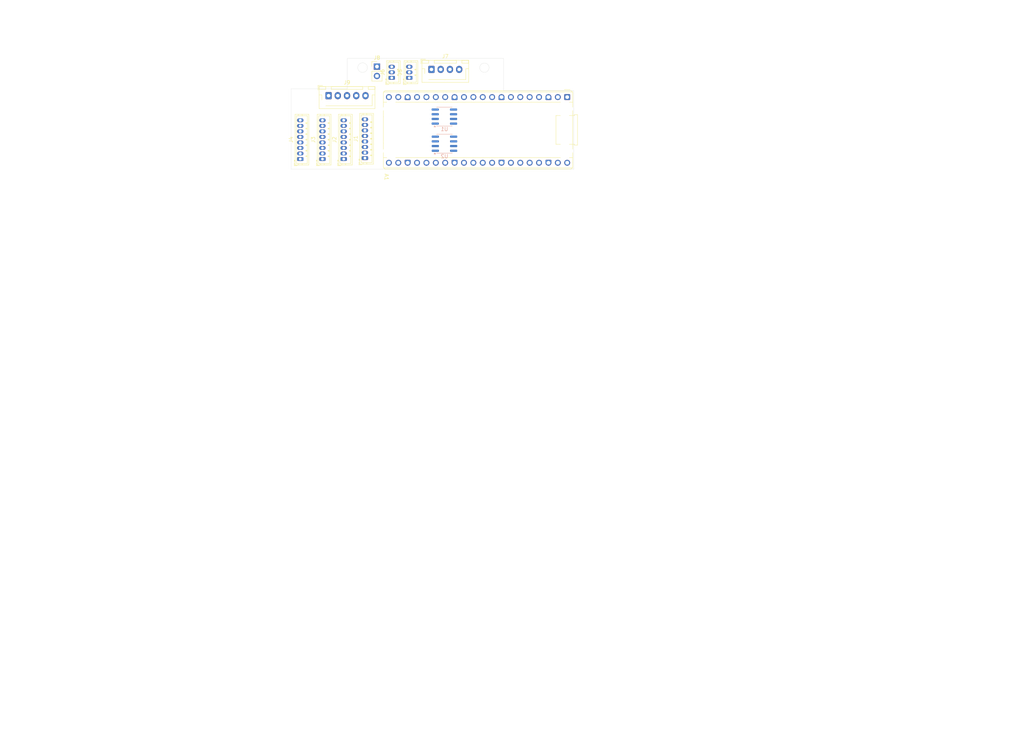
<source format=kicad_pcb>
(kicad_pcb (version 20241229) (generator "pcbnew") (generator_version "9.0")
  (layers (0 "F.Cu" signal) (2 "B.Cu" signal) (13 "F.Paste" user) (15 "B.Paste" user) (5 "F.SilkS" user "F.Silkscreen") (7 "B.SilkS" user "B.Silkscreen") (1 "F.Mask" user) (3 "B.Mask" user) (25 "Edge.Cuts" user))
  (net 0 "")
  (net 1 "Net-(A1-GND-Pad13)")
  (net 3 "Net-(A1-GPIO6)")
  (net 4 "Net-(A1-GPIO2)")
  (net 5 "Net-(A1-GPIO10)")
  (net 10 "Net-(A1-GPIO0)")
  (net 15 "Net-(A1-GPIO3)")
  (net 17 "Net-(A1-GPIO8)")
  (net 18 "Net-(A1-GPIO9)")
  (net 19 "Net-(A1-GPIO1)")
  (net 20 "Net-(A1-GPIO4)")
  (net 24 "Net-(A1-GPIO5)")
  (net 28 "Net-(A1-GPIO7)")
  (net 48 "Net-(A1-GPIO11)")
  (net 49 "Net-(A1-GPIO27_ADC1)")
  (net 50 "Net-(A1-GPIO12)")
  (net 51 "Net-(A1-GPIO26_ADC0)")
  (net 52 "Net-(A1-GPIO13)")
  (net 58 "Net-(J9-Pin_5)")
  (net 60 "Net-(J9-Pin_3)")
  (net 61 "Net-(J9-Pin_2)")
  (net 62 "Net-(J9-Pin_4)")
  (footprint "Connector_JST:JST_ZH_B8B-ZR_1x08_P1.50mm_Vertical" (layer "F.Cu") (at 87.25 85.75 90)
    (property "Reference" "J3" (at 5.25 -2.5 90) (layer "F.SilkS"))
    (property "Value" "Conn_01x08_Socket")
    (fp_line (start -0.3 -1.61) (end -0.6 -1.61) (stroke (width 0.12)) (layer "F.SilkS"))
    (fp_line (start -0.6 -1.61) (end -0.6 -1.41) (stroke (width 0.12)) (layer "F.SilkS"))
    (fp_line (start -1.01 -1.61) (end -1.81 -1.61) (stroke (width 0.12)) (layer "F.SilkS"))
    (fp_line (start -1.81 -1.61) (end -1.81 -0.81) (stroke (width 0.12)) (layer "F.SilkS"))
    (fp_line (start -0.3 -1.51) (end -0.6 -1.51) (stroke (width 0.12)) (layer "F.SilkS"))
    (fp_line (start 12.11 -1.41) (end -1.61 -1.41) (stroke (width 0.12)) (layer "F.SilkS"))
    (fp_line (start -0.3 -1.41) (end -0.3 -1.61) (stroke (width 0.12)) (layer "F.SilkS"))
    (fp_line (start -1.61 -1.41) (end -1.61 2.31) (stroke (width 0.12)) (layer "F.SilkS"))
    (fp_line (start 11.71 -1.01) (end -1.21 -1.01) (stroke (width 0.12)) (layer "F.SilkS"))
    (fp_line (start -1.21 -1.01) (end -1.21 1.91) (stroke (width 0.12)) (layer "F.SilkS"))
    (fp_line (start 12.11 -0.5) (end 11.71 -0.5) (stroke (width 0.12)) (layer "F.SilkS"))
    (fp_line (start -1.61 -0.5) (end -1.21 -0.5) (stroke (width 0.12)) (layer "F.SilkS"))
    (fp_line (start 12.11 0.5) (end 11.71 0.5) (stroke (width 0.12)) (layer "F.SilkS"))
    (fp_line (start -1.61 0.5) (end -1.21 0.5) (stroke (width 0.12)) (layer "F.SilkS"))
    (fp_line (start 9.85 1.51) (end 9.85 1.91) (stroke (width 0.12)) (layer "F.SilkS"))
    (fp_line (start 9.65 1.51) (end 9.85 1.51) (stroke (width 0.12)) (layer "F.SilkS"))
    (fp_line (start 8.35 1.51) (end 8.35 1.91) (stroke (width 0.12)) (layer "F.SilkS"))
    (fp_line (start 8.15 1.51) (end 8.35 1.51) (stroke (width 0.12)) (layer "F.SilkS"))
    (fp_line (start 6.85 1.51) (end 6.85 1.91) (stroke (width 0.12)) (layer "F.SilkS"))
    (fp_line (start 6.65 1.51) (end 6.85 1.51) (stroke (width 0.12)) (layer "F.SilkS"))
    (fp_line (start 5.35 1.51) (end 5.35 1.91) (stroke (width 0.12)) (layer "F.SilkS"))
    (fp_line (start 5.15 1.51) (end 5.35 1.51) (stroke (width 0.12)) (layer "F.SilkS"))
    (fp_line (start 3.85 1.51) (end 3.85 1.91) (stroke (width 0.12)) (layer "F.SilkS"))
    (fp_line (start 3.65 1.51) (end 3.85 1.51) (stroke (width 0.12)) (layer "F.SilkS"))
    (fp_line (start 2.35 1.51) (end 2.35 1.91) (stroke (width 0.12)) (layer "F.SilkS"))
    (fp_line (start 2.15 1.51) (end 2.35 1.51) (stroke (width 0.12)) (layer "F.SilkS"))
    (fp_line (start 0.85 1.51) (end 0.85 1.91) (stroke (width 0.12)) (layer "F.SilkS"))
    (fp_line (start 0.65 1.51) (end 0.85 1.51) (stroke (width 0.12)) (layer "F.SilkS"))
    (fp_line (start 11.71 1.91) (end 11.71 -1.01) (stroke (width 0.12)) (layer "F.SilkS"))
    (fp_line (start 9.75 1.91) (end 9.75 1.51) (stroke (width 0.12)) (layer "F.SilkS"))
    (fp_line (start 9.65 1.91) (end 9.65 1.51) (stroke (width 0.12)) (layer "F.SilkS"))
    (fp_line (start 8.25 1.91) (end 8.25 1.51) (stroke (width 0.12)) (layer "F.SilkS"))
    (fp_line (start 8.15 1.91) (end 8.15 1.51) (stroke (width 0.12)) (layer "F.SilkS"))
    (fp_line (start 6.75 1.91) (end 6.75 1.51) (stroke (width 0.12)) (layer "F.SilkS"))
    (fp_line (start 6.65 1.91) (end 6.65 1.51) (stroke (width 0.12)) (layer "F.SilkS"))
    (fp_line (start 5.25 1.91) (end 5.25 1.51) (stroke (width 0.12)) (layer "F.SilkS"))
    (fp_line (start 5.15 1.91) (end 5.15 1.51) (stroke (width 0.12)) (layer "F.SilkS"))
    (fp_line (start 3.75 1.91) (end 3.75 1.51) (stroke (width 0.12)) (layer "F.SilkS"))
    (fp_line (start 3.65 1.91) (end 3.65 1.51) (stroke (width 0.12)) (layer "F.SilkS"))
    (fp_line (start 2.25 1.91) (end 2.25 1.51) (stroke (width 0.12)) (layer "F.SilkS"))
    (fp_line (start 2.15 1.91) (end 2.15 1.51) (stroke (width 0.12)) (layer "F.SilkS"))
    (fp_line (start 0.75 1.91) (end 0.75 1.51) (stroke (width 0.12)) (layer "F.SilkS"))
    (fp_line (start 0.65 1.91) (end 0.65 1.51) (stroke (width 0.12)) (layer "F.SilkS"))
    (fp_line (start -1.21 1.91) (end 11.71 1.91) (stroke (width 0.12)) (layer "F.SilkS"))
    (fp_line (start 12.11 2.31) (end 12.11 -1.41) (stroke (width 0.12)) (layer "F.SilkS"))
    (fp_line (start -1.61 2.31) (end 12.11 2.31) (stroke (width 0.12)) (layer "F.SilkS"))
    (pad "1" thru_hole roundrect (at 0 0 90) (size 1.03 1.73) (drill 0.73) (layers "*.Cu" "*.Mask") (roundrect_rratio 0.242718))
    (pad "2" thru_hole oval (at 1.5 0 90) (size 1.03 1.73) (drill 0.73) (layers "*.Cu" "*.Mask") (net 20 "Net-(A1-GPIO4)"))
    (pad "3" thru_hole oval (at 3 0 90) (size 1.03 1.73) (drill 0.73) (layers "*.Cu" "*.Mask") (net 3 "Net-(A1-GPIO6)"))
    (pad "4" thru_hole oval (at 4.5 0 90) (size 1.03 1.73) (drill 0.73) (layers "*.Cu" "*.Mask") (net 28 "Net-(A1-GPIO7)"))
    (pad "5" thru_hole oval (at 6 0 90) (size 1.03 1.73) (drill 0.73) (layers "*.Cu" "*.Mask") (net 17 "Net-(A1-GPIO8)"))
    (pad "6" thru_hole oval (at 7.5 0 90) (size 1.03 1.73) (drill 0.73) (layers "*.Cu" "*.Mask") (net 18 "Net-(A1-GPIO9)"))
    (pad "7" thru_hole oval (at 9 0 90) (size 1.03 1.73) (drill 0.73) (layers "*.Cu" "*.Mask") (net 5 "Net-(A1-GPIO10)"))
    (pad "8" thru_hole oval (at 10.5 0 90) (size 1.03 1.73) (drill 0.73) (layers "*.Cu" "*.Mask"))
  )
  (footprint "Connector_JST:JST_ZH_B8B-ZR_1x08_P1.50mm_Vertical" (layer "F.Cu") (at 93 85.75 90)
    (property "Reference" "J2" (at 5.25 -2.5 90) (layer "F.SilkS"))
    (property "Value" "Conn_01x08_Socket")
    (fp_line (start -0.3 -1.61) (end -0.6 -1.61) (stroke (width 0.12)) (layer "F.SilkS"))
    (fp_line (start -0.6 -1.61) (end -0.6 -1.41) (stroke (width 0.12)) (layer "F.SilkS"))
    (fp_line (start -1.01 -1.61) (end -1.81 -1.61) (stroke (width 0.12)) (layer "F.SilkS"))
    (fp_line (start -1.81 -1.61) (end -1.81 -0.81) (stroke (width 0.12)) (layer "F.SilkS"))
    (fp_line (start -0.3 -1.51) (end -0.6 -1.51) (stroke (width 0.12)) (layer "F.SilkS"))
    (fp_line (start 12.11 -1.41) (end -1.61 -1.41) (stroke (width 0.12)) (layer "F.SilkS"))
    (fp_line (start -0.3 -1.41) (end -0.3 -1.61) (stroke (width 0.12)) (layer "F.SilkS"))
    (fp_line (start -1.61 -1.41) (end -1.61 2.31) (stroke (width 0.12)) (layer "F.SilkS"))
    (fp_line (start 11.71 -1.01) (end -1.21 -1.01) (stroke (width 0.12)) (layer "F.SilkS"))
    (fp_line (start -1.21 -1.01) (end -1.21 1.91) (stroke (width 0.12)) (layer "F.SilkS"))
    (fp_line (start 12.11 -0.5) (end 11.71 -0.5) (stroke (width 0.12)) (layer "F.SilkS"))
    (fp_line (start -1.61 -0.5) (end -1.21 -0.5) (stroke (width 0.12)) (layer "F.SilkS"))
    (fp_line (start 12.11 0.5) (end 11.71 0.5) (stroke (width 0.12)) (layer "F.SilkS"))
    (fp_line (start -1.61 0.5) (end -1.21 0.5) (stroke (width 0.12)) (layer "F.SilkS"))
    (fp_line (start 9.85 1.51) (end 9.85 1.91) (stroke (width 0.12)) (layer "F.SilkS"))
    (fp_line (start 9.65 1.51) (end 9.85 1.51) (stroke (width 0.12)) (layer "F.SilkS"))
    (fp_line (start 8.35 1.51) (end 8.35 1.91) (stroke (width 0.12)) (layer "F.SilkS"))
    (fp_line (start 8.15 1.51) (end 8.35 1.51) (stroke (width 0.12)) (layer "F.SilkS"))
    (fp_line (start 6.85 1.51) (end 6.85 1.91) (stroke (width 0.12)) (layer "F.SilkS"))
    (fp_line (start 6.65 1.51) (end 6.85 1.51) (stroke (width 0.12)) (layer "F.SilkS"))
    (fp_line (start 5.35 1.51) (end 5.35 1.91) (stroke (width 0.12)) (layer "F.SilkS"))
    (fp_line (start 5.15 1.51) (end 5.35 1.51) (stroke (width 0.12)) (layer "F.SilkS"))
    (fp_line (start 3.85 1.51) (end 3.85 1.91) (stroke (width 0.12)) (layer "F.SilkS"))
    (fp_line (start 3.65 1.51) (end 3.85 1.51) (stroke (width 0.12)) (layer "F.SilkS"))
    (fp_line (start 2.35 1.51) (end 2.35 1.91) (stroke (width 0.12)) (layer "F.SilkS"))
    (fp_line (start 2.15 1.51) (end 2.35 1.51) (stroke (width 0.12)) (layer "F.SilkS"))
    (fp_line (start 0.85 1.51) (end 0.85 1.91) (stroke (width 0.12)) (layer "F.SilkS"))
    (fp_line (start 0.65 1.51) (end 0.85 1.51) (stroke (width 0.12)) (layer "F.SilkS"))
    (fp_line (start 11.71 1.91) (end 11.71 -1.01) (stroke (width 0.12)) (layer "F.SilkS"))
    (fp_line (start 9.75 1.91) (end 9.75 1.51) (stroke (width 0.12)) (layer "F.SilkS"))
    (fp_line (start 9.65 1.91) (end 9.65 1.51) (stroke (width 0.12)) (layer "F.SilkS"))
    (fp_line (start 8.25 1.91) (end 8.25 1.51) (stroke (width 0.12)) (layer "F.SilkS"))
    (fp_line (start 8.15 1.91) (end 8.15 1.51) (stroke (width 0.12)) (layer "F.SilkS"))
    (fp_line (start 6.75 1.91) (end 6.75 1.51) (stroke (width 0.12)) (layer "F.SilkS"))
    (fp_line (start 6.65 1.91) (end 6.65 1.51) (stroke (width 0.12)) (layer "F.SilkS"))
    (fp_line (start 5.25 1.91) (end 5.25 1.51) (stroke (width 0.12)) (layer "F.SilkS"))
    (fp_line (start 5.15 1.91) (end 5.15 1.51) (stroke (width 0.12)) (layer "F.SilkS"))
    (fp_line (start 3.75 1.91) (end 3.75 1.51) (stroke (width 0.12)) (layer "F.SilkS"))
    (fp_line (start 3.65 1.91) (end 3.65 1.51) (stroke (width 0.12)) (layer "F.SilkS"))
    (fp_line (start 2.25 1.91) (end 2.25 1.51) (stroke (width 0.12)) (layer "F.SilkS"))
    (fp_line (start 2.15 1.91) (end 2.15 1.51) (stroke (width 0.12)) (layer "F.SilkS"))
    (fp_line (start 0.75 1.91) (end 0.75 1.51) (stroke (width 0.12)) (layer "F.SilkS"))
    (fp_line (start 0.65 1.91) (end 0.65 1.51) (stroke (width 0.12)) (layer "F.SilkS"))
    (fp_line (start -1.21 1.91) (end 11.71 1.91) (stroke (width 0.12)) (layer "F.SilkS"))
    (fp_line (start 12.11 2.31) (end 12.11 -1.41) (stroke (width 0.12)) (layer "F.SilkS"))
    (fp_line (start -1.61 2.31) (end 12.11 2.31) (stroke (width 0.12)) (layer "F.SilkS"))
    (pad "1" thru_hole roundrect (at 0 0 90) (size 1.03 1.73) (drill 0.73) (layers "*.Cu" "*.Mask") (roundrect_rratio 0.242718))
    (pad "2" thru_hole oval (at 1.5 0 90) (size 1.03 1.73) (drill 0.73) (layers "*.Cu" "*.Mask") (net 15 "Net-(A1-GPIO3)"))
    (pad "3" thru_hole oval (at 3 0 90) (size 1.03 1.73) (drill 0.73) (layers "*.Cu" "*.Mask") (net 3 "Net-(A1-GPIO6)"))
    (pad "4" thru_hole oval (at 4.5 0 90) (size 1.03 1.73) (drill 0.73) (layers "*.Cu" "*.Mask") (net 28 "Net-(A1-GPIO7)"))
    (pad "5" thru_hole oval (at 6 0 90) (size 1.03 1.73) (drill 0.73) (layers "*.Cu" "*.Mask") (net 17 "Net-(A1-GPIO8)"))
    (pad "6" thru_hole oval (at 7.5 0 90) (size 1.03 1.73) (drill 0.73) (layers "*.Cu" "*.Mask") (net 18 "Net-(A1-GPIO9)"))
    (pad "7" thru_hole oval (at 9 0 90) (size 1.03 1.73) (drill 0.73) (layers "*.Cu" "*.Mask") (net 5 "Net-(A1-GPIO10)"))
    (pad "8" thru_hole oval (at 10.5 0 90) (size 1.03 1.73) (drill 0.73) (layers "*.Cu" "*.Mask"))
  )
  (footprint "Connector_JST:JST_ZH_B8B-ZR_1x08_P1.50mm_Vertical" (layer "F.Cu") (at 81.25 85.75 90)
    (property "Reference" "J4" (at 5.25 -2.5 90) (layer "F.SilkS"))
    (property "Value" "Conn_01x08_Socket")
    (fp_line (start -0.3 -1.61) (end -0.6 -1.61) (stroke (width 0.12)) (layer "F.SilkS"))
    (fp_line (start -0.6 -1.61) (end -0.6 -1.41) (stroke (width 0.12)) (layer "F.SilkS"))
    (fp_line (start -1.01 -1.61) (end -1.81 -1.61) (stroke (width 0.12)) (layer "F.SilkS"))
    (fp_line (start -1.81 -1.61) (end -1.81 -0.81) (stroke (width 0.12)) (layer "F.SilkS"))
    (fp_line (start -0.3 -1.51) (end -0.6 -1.51) (stroke (width 0.12)) (layer "F.SilkS"))
    (fp_line (start 12.11 -1.41) (end -1.61 -1.41) (stroke (width 0.12)) (layer "F.SilkS"))
    (fp_line (start -0.3 -1.41) (end -0.3 -1.61) (stroke (width 0.12)) (layer "F.SilkS"))
    (fp_line (start -1.61 -1.41) (end -1.61 2.31) (stroke (width 0.12)) (layer "F.SilkS"))
    (fp_line (start 11.71 -1.01) (end -1.21 -1.01) (stroke (width 0.12)) (layer "F.SilkS"))
    (fp_line (start -1.21 -1.01) (end -1.21 1.91) (stroke (width 0.12)) (layer "F.SilkS"))
    (fp_line (start 12.11 -0.5) (end 11.71 -0.5) (stroke (width 0.12)) (layer "F.SilkS"))
    (fp_line (start -1.61 -0.5) (end -1.21 -0.5) (stroke (width 0.12)) (layer "F.SilkS"))
    (fp_line (start 12.11 0.5) (end 11.71 0.5) (stroke (width 0.12)) (layer "F.SilkS"))
    (fp_line (start -1.61 0.5) (end -1.21 0.5) (stroke (width 0.12)) (layer "F.SilkS"))
    (fp_line (start 9.85 1.51) (end 9.85 1.91) (stroke (width 0.12)) (layer "F.SilkS"))
    (fp_line (start 9.65 1.51) (end 9.85 1.51) (stroke (width 0.12)) (layer "F.SilkS"))
    (fp_line (start 8.35 1.51) (end 8.35 1.91) (stroke (width 0.12)) (layer "F.SilkS"))
    (fp_line (start 8.15 1.51) (end 8.35 1.51) (stroke (width 0.12)) (layer "F.SilkS"))
    (fp_line (start 6.85 1.51) (end 6.85 1.91) (stroke (width 0.12)) (layer "F.SilkS"))
    (fp_line (start 6.65 1.51) (end 6.85 1.51) (stroke (width 0.12)) (layer "F.SilkS"))
    (fp_line (start 5.35 1.51) (end 5.35 1.91) (stroke (width 0.12)) (layer "F.SilkS"))
    (fp_line (start 5.15 1.51) (end 5.35 1.51) (stroke (width 0.12)) (layer "F.SilkS"))
    (fp_line (start 3.85 1.51) (end 3.85 1.91) (stroke (width 0.12)) (layer "F.SilkS"))
    (fp_line (start 3.65 1.51) (end 3.85 1.51) (stroke (width 0.12)) (layer "F.SilkS"))
    (fp_line (start 2.35 1.51) (end 2.35 1.91) (stroke (width 0.12)) (layer "F.SilkS"))
    (fp_line (start 2.15 1.51) (end 2.35 1.51) (stroke (width 0.12)) (layer "F.SilkS"))
    (fp_line (start 0.85 1.51) (end 0.85 1.91) (stroke (width 0.12)) (layer "F.SilkS"))
    (fp_line (start 0.65 1.51) (end 0.85 1.51) (stroke (width 0.12)) (layer "F.SilkS"))
    (fp_line (start 11.71 1.91) (end 11.71 -1.01) (stroke (width 0.12)) (layer "F.SilkS"))
    (fp_line (start 9.75 1.91) (end 9.75 1.51) (stroke (width 0.12)) (layer "F.SilkS"))
    (fp_line (start 9.65 1.91) (end 9.65 1.51) (stroke (width 0.12)) (layer "F.SilkS"))
    (fp_line (start 8.25 1.91) (end 8.25 1.51) (stroke (width 0.12)) (layer "F.SilkS"))
    (fp_line (start 8.15 1.91) (end 8.15 1.51) (stroke (width 0.12)) (layer "F.SilkS"))
    (fp_line (start 6.75 1.91) (end 6.75 1.51) (stroke (width 0.12)) (layer "F.SilkS"))
    (fp_line (start 6.65 1.91) (end 6.65 1.51) (stroke (width 0.12)) (layer "F.SilkS"))
    (fp_line (start 5.25 1.91) (end 5.25 1.51) (stroke (width 0.12)) (layer "F.SilkS"))
    (fp_line (start 5.15 1.91) (end 5.15 1.51) (stroke (width 0.12)) (layer "F.SilkS"))
    (fp_line (start 3.75 1.91) (end 3.75 1.51) (stroke (width 0.12)) (layer "F.SilkS"))
    (fp_line (start 3.65 1.91) (end 3.65 1.51) (stroke (width 0.12)) (layer "F.SilkS"))
    (fp_line (start 2.25 1.91) (end 2.25 1.51) (stroke (width 0.12)) (layer "F.SilkS"))
    (fp_line (start 2.15 1.91) (end 2.15 1.51) (stroke (width 0.12)) (layer "F.SilkS"))
    (fp_line (start 0.75 1.91) (end 0.75 1.51) (stroke (width 0.12)) (layer "F.SilkS"))
    (fp_line (start 0.65 1.91) (end 0.65 1.51) (stroke (width 0.12)) (layer "F.SilkS"))
    (fp_line (start -1.21 1.91) (end 11.71 1.91) (stroke (width 0.12)) (layer "F.SilkS"))
    (fp_line (start 12.11 2.31) (end 12.11 -1.41) (stroke (width 0.12)) (layer "F.SilkS"))
    (fp_line (start -1.61 2.31) (end 12.11 2.31) (stroke (width 0.12)) (layer "F.SilkS"))
    (pad "1" thru_hole roundrect (at 0 0 90) (size 1.03 1.73) (drill 0.73) (layers "*.Cu" "*.Mask") (roundrect_rratio 0.242718))
    (pad "2" thru_hole oval (at 1.5 0 90) (size 1.03 1.73) (drill 0.73) (layers "*.Cu" "*.Mask") (net 24 "Net-(A1-GPIO5)"))
    (pad "3" thru_hole oval (at 3 0 90) (size 1.03 1.73) (drill 0.73) (layers "*.Cu" "*.Mask") (net 3 "Net-(A1-GPIO6)"))
    (pad "4" thru_hole oval (at 4.5 0 90) (size 1.03 1.73) (drill 0.73) (layers "*.Cu" "*.Mask") (net 28 "Net-(A1-GPIO7)"))
    (pad "5" thru_hole oval (at 6 0 90) (size 1.03 1.73) (drill 0.73) (layers "*.Cu" "*.Mask") (net 17 "Net-(A1-GPIO8)"))
    (pad "6" thru_hole oval (at 7.5 0 90) (size 1.03 1.73) (drill 0.73) (layers "*.Cu" "*.Mask") (net 18 "Net-(A1-GPIO9)"))
    (pad "7" thru_hole oval (at 9 0 90) (size 1.03 1.73) (drill 0.73) (layers "*.Cu" "*.Mask") (net 5 "Net-(A1-GPIO10)"))
    (pad "8" thru_hole oval (at 10.5 0 90) (size 1.03 1.73) (drill 0.73) (layers "*.Cu" "*.Mask"))
  )
  (footprint "Connector_JST:JST_XH_B5B-XH-AM_1x05_P2.50mm_Vertical" (layer "F.Cu") (at 88.9 68.58)
    (property "Reference" "J9" (at 5 -3.55 0) (layer "F.SilkS"))
    (property "Value" "Conn_01x05_Socket")
    (fp_line (start -2.85 -2.75) (end -2.85 -1.5) (stroke (width 0.12)) (layer "F.SilkS"))
    (fp_line (start -2.56 -2.46) (end -2.56 3.51) (stroke (width 0.12)) (layer "F.SilkS"))
    (fp_line (start -2.56 3.51) (end 12.56 3.51) (stroke (width 0.12)) (layer "F.SilkS"))
    (fp_line (start -2.55 -2.45) (end -2.55 -1.7) (stroke (width 0.12)) (layer "F.SilkS"))
    (fp_line (start -2.55 -1.7) (end -0.75 -1.7) (stroke (width 0.12)) (layer "F.SilkS"))
    (fp_line (start -2.55 -0.2) (end -1.8 -0.2) (stroke (width 0.12)) (layer "F.SilkS"))
    (fp_line (start -1.8 -0.2) (end -1.8 1.14) (stroke (width 0.12)) (layer "F.SilkS"))
    (fp_line (start -1.6 -2.75) (end -2.85 -2.75) (stroke (width 0.12)) (layer "F.SilkS"))
    (fp_line (start -0.75 -2.45) (end -2.55 -2.45) (stroke (width 0.12)) (layer "F.SilkS"))
    (fp_line (start -0.75 -1.7) (end -0.75 -2.45) (stroke (width 0.12)) (layer "F.SilkS"))
    (fp_line (start 0.75 -2.45) (end 0.75 -1.7) (stroke (width 0.12)) (layer "F.SilkS"))
    (fp_line (start 0.75 -1.7) (end 9.25 -1.7) (stroke (width 0.12)) (layer "F.SilkS"))
    (fp_line (start 5 2.75) (end -0.74 2.75) (stroke (width 0.12)) (layer "F.SilkS"))
    (fp_line (start 9.25 -2.45) (end 0.75 -2.45) (stroke (width 0.12)) (layer "F.SilkS"))
    (fp_line (start 9.25 -1.7) (end 9.25 -2.45) (stroke (width 0.12)) (layer "F.SilkS"))
    (fp_line (start 10.75 -2.45) (end 10.75 -1.7) (stroke (width 0.12)) (layer "F.SilkS"))
    (fp_line (start 10.75 -1.7) (end 12.55 -1.7) (stroke (width 0.12)) (layer "F.SilkS"))
    (fp_line (start 11.8 -0.2) (end 11.8 2.75) (stroke (width 0.12)) (layer "F.SilkS"))
    (fp_line (start 11.8 2.75) (end 5 2.75) (stroke (width 0.12)) (layer "F.SilkS"))
    (fp_line (start 12.55 -2.45) (end 10.75 -2.45) (stroke (width 0.12)) (layer "F.SilkS"))
    (fp_line (start 12.55 -1.7) (end 12.55 -2.45) (stroke (width 0.12)) (layer "F.SilkS"))
    (fp_line (start 12.55 -0.2) (end 11.8 -0.2) (stroke (width 0.12)) (layer "F.SilkS"))
    (fp_line (start 12.56 -2.46) (end -2.56 -2.46) (stroke (width 0.12)) (layer "F.SilkS"))
    (fp_line (start 12.56 3.51) (end 12.56 -2.46) (stroke (width 0.12)) (layer "F.SilkS"))
    (pad "" np_thru_hole circle (at -1.6 2) (size 1.2 1.2) (drill 1.2) (layers "*.Cu" "*.Mask"))
    (pad "1" thru_hole roundrect (at 0 0) (size 1.7 1.95) (drill 0.95) (layers "*.Cu" "*.Mask") (roundrect_rratio 0.147059))
    (pad "2" thru_hole oval (at 2.5 0) (size 1.7 1.95) (drill 0.95) (layers "*.Cu" "*.Mask") (net 61 "Net-(J9-Pin_2)"))
    (pad "3" thru_hole oval (at 5 0) (size 1.7 1.95) (drill 0.95) (layers "*.Cu" "*.Mask") (net 60 "Net-(J9-Pin_3)"))
    (pad "4" thru_hole oval (at 7.5 0) (size 1.7 1.95) (drill 0.95) (layers "*.Cu" "*.Mask") (net 62 "Net-(J9-Pin_4)"))
    (pad "5" thru_hole oval (at 10 0) (size 1.7 1.95) (drill 0.95) (layers "*.Cu" "*.Mask") (net 58 "Net-(J9-Pin_5)"))
  )
  (footprint "Connector_JST:JST_ZH_B8B-ZR_1x08_P1.50mm_Vertical" (layer "F.Cu") (at 98.75 85.5 90)
    (property "Reference" "J1" (at 5.25 -2.5 90) (layer "F.SilkS"))
    (property "Value" "Conn_01x08_Socket")
    (fp_line (start -0.3 -1.61) (end -0.6 -1.61) (stroke (width 0.12)) (layer "F.SilkS"))
    (fp_line (start -0.6 -1.61) (end -0.6 -1.41) (stroke (width 0.12)) (layer "F.SilkS"))
    (fp_line (start -1.01 -1.61) (end -1.81 -1.61) (stroke (width 0.12)) (layer "F.SilkS"))
    (fp_line (start -1.81 -1.61) (end -1.81 -0.81) (stroke (width 0.12)) (layer "F.SilkS"))
    (fp_line (start -0.3 -1.51) (end -0.6 -1.51) (stroke (width 0.12)) (layer "F.SilkS"))
    (fp_line (start 12.11 -1.41) (end -1.61 -1.41) (stroke (width 0.12)) (layer "F.SilkS"))
    (fp_line (start -0.3 -1.41) (end -0.3 -1.61) (stroke (width 0.12)) (layer "F.SilkS"))
    (fp_line (start -1.61 -1.41) (end -1.61 2.31) (stroke (width 0.12)) (layer "F.SilkS"))
    (fp_line (start 11.71 -1.01) (end -1.21 -1.01) (stroke (width 0.12)) (layer "F.SilkS"))
    (fp_line (start -1.21 -1.01) (end -1.21 1.91) (stroke (width 0.12)) (layer "F.SilkS"))
    (fp_line (start 12.11 -0.5) (end 11.71 -0.5) (stroke (width 0.12)) (layer "F.SilkS"))
    (fp_line (start -1.61 -0.5) (end -1.21 -0.5) (stroke (width 0.12)) (layer "F.SilkS"))
    (fp_line (start 12.11 0.5) (end 11.71 0.5) (stroke (width 0.12)) (layer "F.SilkS"))
    (fp_line (start -1.61 0.5) (end -1.21 0.5) (stroke (width 0.12)) (layer "F.SilkS"))
    (fp_line (start 9.85 1.51) (end 9.85 1.91) (stroke (width 0.12)) (layer "F.SilkS"))
    (fp_line (start 9.65 1.51) (end 9.85 1.51) (stroke (width 0.12)) (layer "F.SilkS"))
    (fp_line (start 8.35 1.51) (end 8.35 1.91) (stroke (width 0.12)) (layer "F.SilkS"))
    (fp_line (start 8.15 1.51) (end 8.35 1.51) (stroke (width 0.12)) (layer "F.SilkS"))
    (fp_line (start 6.85 1.51) (end 6.85 1.91) (stroke (width 0.12)) (layer "F.SilkS"))
    (fp_line (start 6.65 1.51) (end 6.85 1.51) (stroke (width 0.12)) (layer "F.SilkS"))
    (fp_line (start 5.35 1.51) (end 5.35 1.91) (stroke (width 0.12)) (layer "F.SilkS"))
    (fp_line (start 5.15 1.51) (end 5.35 1.51) (stroke (width 0.12)) (layer "F.SilkS"))
    (fp_line (start 3.85 1.51) (end 3.85 1.91) (stroke (width 0.12)) (layer "F.SilkS"))
    (fp_line (start 3.65 1.51) (end 3.85 1.51) (stroke (width 0.12)) (layer "F.SilkS"))
    (fp_line (start 2.35 1.51) (end 2.35 1.91) (stroke (width 0.12)) (layer "F.SilkS"))
    (fp_line (start 2.15 1.51) (end 2.35 1.51) (stroke (width 0.12)) (layer "F.SilkS"))
    (fp_line (start 0.85 1.51) (end 0.85 1.91) (stroke (width 0.12)) (layer "F.SilkS"))
    (fp_line (start 0.65 1.51) (end 0.85 1.51) (stroke (width 0.12)) (layer "F.SilkS"))
    (fp_line (start 11.71 1.91) (end 11.71 -1.01) (stroke (width 0.12)) (layer "F.SilkS"))
    (fp_line (start 9.75 1.91) (end 9.75 1.51) (stroke (width 0.12)) (layer "F.SilkS"))
    (fp_line (start 9.65 1.91) (end 9.65 1.51) (stroke (width 0.12)) (layer "F.SilkS"))
    (fp_line (start 8.25 1.91) (end 8.25 1.51) (stroke (width 0.12)) (layer "F.SilkS"))
    (fp_line (start 8.15 1.91) (end 8.15 1.51) (stroke (width 0.12)) (layer "F.SilkS"))
    (fp_line (start 6.75 1.91) (end 6.75 1.51) (stroke (width 0.12)) (layer "F.SilkS"))
    (fp_line (start 6.65 1.91) (end 6.65 1.51) (stroke (width 0.12)) (layer "F.SilkS"))
    (fp_line (start 5.25 1.91) (end 5.25 1.51) (stroke (width 0.12)) (layer "F.SilkS"))
    (fp_line (start 5.15 1.91) (end 5.15 1.51) (stroke (width 0.12)) (layer "F.SilkS"))
    (fp_line (start 3.75 1.91) (end 3.75 1.51) (stroke (width 0.12)) (layer "F.SilkS"))
    (fp_line (start 3.65 1.91) (end 3.65 1.51) (stroke (width 0.12)) (layer "F.SilkS"))
    (fp_line (start 2.25 1.91) (end 2.25 1.51) (stroke (width 0.12)) (layer "F.SilkS"))
    (fp_line (start 2.15 1.91) (end 2.15 1.51) (stroke (width 0.12)) (layer "F.SilkS"))
    (fp_line (start 0.75 1.91) (end 0.75 1.51) (stroke (width 0.12)) (layer "F.SilkS"))
    (fp_line (start 0.65 1.91) (end 0.65 1.51) (stroke (width 0.12)) (layer "F.SilkS"))
    (fp_line (start -1.21 1.91) (end 11.71 1.91) (stroke (width 0.12)) (layer "F.SilkS"))
    (fp_line (start 12.11 2.31) (end 12.11 -1.41) (stroke (width 0.12)) (layer "F.SilkS"))
    (fp_line (start -1.61 2.31) (end 12.11 2.31) (stroke (width 0.12)) (layer "F.SilkS"))
    (pad "1" thru_hole roundrect (at 0 0 90) (size 1.03 1.73) (drill 0.73) (layers "*.Cu" "*.Mask") (roundrect_rratio 0.242718))
    (pad "2" thru_hole oval (at 1.5 0 90) (size 1.03 1.73) (drill 0.73) (layers "*.Cu" "*.Mask") (net 4 "Net-(A1-GPIO2)"))
    (pad "3" thru_hole oval (at 3 0 90) (size 1.03 1.73) (drill 0.73) (layers "*.Cu" "*.Mask") (net 3 "Net-(A1-GPIO6)"))
    (pad "4" thru_hole oval (at 4.5 0 90) (size 1.03 1.73) (drill 0.73) (layers "*.Cu" "*.Mask") (net 28 "Net-(A1-GPIO7)"))
    (pad "5" thru_hole oval (at 6 0 90) (size 1.03 1.73) (drill 0.73) (layers "*.Cu" "*.Mask") (net 17 "Net-(A1-GPIO8)"))
    (pad "6" thru_hole oval (at 7.5 0 90) (size 1.03 1.73) (drill 0.73) (layers "*.Cu" "*.Mask") (net 18 "Net-(A1-GPIO9)"))
    (pad "7" thru_hole oval (at 9 0 90) (size 1.03 1.73) (drill 0.73) (layers "*.Cu" "*.Mask") (net 5 "Net-(A1-GPIO10)"))
    (pad "8" thru_hole oval (at 10.5 0 90) (size 1.03 1.73) (drill 0.73) (layers "*.Cu" "*.Mask"))
  )
  (footprint "Connector_PinHeader_2.54mm:PinHeader_1x02_P2.54mm_Vertical" (layer "F.Cu") (at 102 60.71)
    (property "Reference" "J8" (at 0 -2.38 0) (layer "F.SilkS"))
    (property "Value" "Conn_01x02_Pin")
    (fp_line (start -1.38 -1.38) (end 0 -1.38) (stroke (width 0.12)) (layer "F.SilkS"))
    (fp_line (start -1.38 0) (end -1.38 -1.38) (stroke (width 0.12)) (layer "F.SilkS"))
    (fp_line (start -1.38 1.27) (end -1.38 3.92) (stroke (width 0.12)) (layer "F.SilkS"))
    (fp_line (start -1.38 1.27) (end 1.38 1.27) (stroke (width 0.12)) (layer "F.SilkS"))
    (fp_line (start -1.38 3.92) (end 1.38 3.92) (stroke (width 0.12)) (layer "F.SilkS"))
    (fp_line (start 1.38 1.27) (end 1.38 3.92) (stroke (width 0.12)) (layer "F.SilkS"))
    (pad "1" thru_hole rect (at 0 0) (size 1.7 1.7) (drill 1) (layers "*.Cu" "*.Mask") (net 10 "Net-(A1-GPIO0)"))
    (pad "2" thru_hole circle (at 0 2.54) (size 1.7 1.7) (drill 1) (layers "*.Cu" "*.Mask") (net 19 "Net-(A1-GPIO1)"))
  )
  (footprint "Connector_JST:JST_ZH_B3B-ZR_1x03_P1.50mm_Vertical" (layer "F.Cu") (at 106 63.75 90)
    (property "Reference" "J6" (at 1.5 -2.5 90) (layer "F.SilkS"))
    (property "Value" "Conn_01x03_Socket")
    (fp_line (start -0.3 -1.61) (end -0.6 -1.61) (stroke (width 0.12)) (layer "F.SilkS"))
    (fp_line (start -0.6 -1.61) (end -0.6 -1.41) (stroke (width 0.12)) (layer "F.SilkS"))
    (fp_line (start -1.01 -1.61) (end -1.81 -1.61) (stroke (width 0.12)) (layer "F.SilkS"))
    (fp_line (start -1.81 -1.61) (end -1.81 -0.81) (stroke (width 0.12)) (layer "F.SilkS"))
    (fp_line (start -0.3 -1.51) (end -0.6 -1.51) (stroke (width 0.12)) (layer "F.SilkS"))
    (fp_line (start 4.61 -1.41) (end -1.61 -1.41) (stroke (width 0.12)) (layer "F.SilkS"))
    (fp_line (start -0.3 -1.41) (end -0.3 -1.61) (stroke (width 0.12)) (layer "F.SilkS"))
    (fp_line (start -1.61 -1.41) (end -1.61 2.31) (stroke (width 0.12)) (layer "F.SilkS"))
    (fp_line (start 4.21 -1.01) (end -1.21 -1.01) (stroke (width 0.12)) (layer "F.SilkS"))
    (fp_line (start -1.21 -1.01) (end -1.21 1.91) (stroke (width 0.12)) (layer "F.SilkS"))
    (fp_line (start 4.61 -0.5) (end 4.21 -0.5) (stroke (width 0.12)) (layer "F.SilkS"))
    (fp_line (start -1.61 -0.5) (end -1.21 -0.5) (stroke (width 0.12)) (layer "F.SilkS"))
    (fp_line (start 4.61 0.5) (end 4.21 0.5) (stroke (width 0.12)) (layer "F.SilkS"))
    (fp_line (start -1.61 0.5) (end -1.21 0.5) (stroke (width 0.12)) (layer "F.SilkS"))
    (fp_line (start 2.35 1.51) (end 2.35 1.91) (stroke (width 0.12)) (layer "F.SilkS"))
    (fp_line (start 2.15 1.51) (end 2.35 1.51) (stroke (width 0.12)) (layer "F.SilkS"))
    (fp_line (start 0.85 1.51) (end 0.85 1.91) (stroke (width 0.12)) (layer "F.SilkS"))
    (fp_line (start 0.65 1.51) (end 0.85 1.51) (stroke (width 0.12)) (layer "F.SilkS"))
    (fp_line (start 4.21 1.91) (end 4.21 -1.01) (stroke (width 0.12)) (layer "F.SilkS"))
    (fp_line (start 2.25 1.91) (end 2.25 1.51) (stroke (width 0.12)) (layer "F.SilkS"))
    (fp_line (start 2.15 1.91) (end 2.15 1.51) (stroke (width 0.12)) (layer "F.SilkS"))
    (fp_line (start 0.75 1.91) (end 0.75 1.51) (stroke (width 0.12)) (layer "F.SilkS"))
    (fp_line (start 0.65 1.91) (end 0.65 1.51) (stroke (width 0.12)) (layer "F.SilkS"))
    (fp_line (start -1.21 1.91) (end 4.21 1.91) (stroke (width 0.12)) (layer "F.SilkS"))
    (fp_line (start 4.61 2.31) (end 4.61 -1.41) (stroke (width 0.12)) (layer "F.SilkS"))
    (fp_line (start -1.61 2.31) (end 4.61 2.31) (stroke (width 0.12)) (layer "F.SilkS"))
    (pad "1" thru_hole roundrect (at 0 0 90) (size 1.03 1.73) (drill 0.73) (layers "*.Cu" "*.Mask") (roundrect_rratio 0.242718))
    (pad "2" thru_hole oval (at 1.5 0 90) (size 1.03 1.73) (drill 0.73) (layers "*.Cu" "*.Mask") (net 49 "Net-(A1-GPIO27_ADC1)"))
    (pad "3" thru_hole oval (at 3 0 90) (size 1.03 1.73) (drill 0.73) (layers "*.Cu" "*.Mask"))
  )
  (footprint "Connector_JST:JST_XH_B4B-XH-AM_1x04_P2.50mm_Vertical" (layer "F.Cu") (at 116.75 61.475)
    (property "Reference" "J7" (at 3.75 -3.55 0) (layer "F.SilkS"))
    (property "Value" "Conn_01x04_Socket")
    (fp_line (start -2.85 -2.75) (end -2.85 -1.5) (stroke (width 0.12)) (layer "F.SilkS"))
    (fp_line (start -2.56 -2.46) (end -2.56 3.51) (stroke (width 0.12)) (layer "F.SilkS"))
    (fp_line (start -2.56 3.51) (end 10.06 3.51) (stroke (width 0.12)) (layer "F.SilkS"))
    (fp_line (start -2.55 -2.45) (end -2.55 -1.7) (stroke (width 0.12)) (layer "F.SilkS"))
    (fp_line (start -2.55 -1.7) (end -0.75 -1.7) (stroke (width 0.12)) (layer "F.SilkS"))
    (fp_line (start -2.55 -0.2) (end -1.8 -0.2) (stroke (width 0.12)) (layer "F.SilkS"))
    (fp_line (start -1.8 -0.2) (end -1.8 1.14) (stroke (width 0.12)) (layer "F.SilkS"))
    (fp_line (start -1.6 -2.75) (end -2.85 -2.75) (stroke (width 0.12)) (layer "F.SilkS"))
    (fp_line (start -0.75 -2.45) (end -2.55 -2.45) (stroke (width 0.12)) (layer "F.SilkS"))
    (fp_line (start -0.75 -1.7) (end -0.75 -2.45) (stroke (width 0.12)) (layer "F.SilkS"))
    (fp_line (start 0.75 -2.45) (end 0.75 -1.7) (stroke (width 0.12)) (layer "F.SilkS"))
    (fp_line (start 0.75 -1.7) (end 6.75 -1.7) (stroke (width 0.12)) (layer "F.SilkS"))
    (fp_line (start 3.75 2.75) (end -0.74 2.75) (stroke (width 0.12)) (layer "F.SilkS"))
    (fp_line (start 6.75 -2.45) (end 0.75 -2.45) (stroke (width 0.12)) (layer "F.SilkS"))
    (fp_line (start 6.75 -1.7) (end 6.75 -2.45) (stroke (width 0.12)) (layer "F.SilkS"))
    (fp_line (start 8.25 -2.45) (end 8.25 -1.7) (stroke (width 0.12)) (layer "F.SilkS"))
    (fp_line (start 8.25 -1.7) (end 10.05 -1.7) (stroke (width 0.12)) (layer "F.SilkS"))
    (fp_line (start 9.3 -0.2) (end 9.3 2.75) (stroke (width 0.12)) (layer "F.SilkS"))
    (fp_line (start 9.3 2.75) (end 3.75 2.75) (stroke (width 0.12)) (layer "F.SilkS"))
    (fp_line (start 10.05 -2.45) (end 8.25 -2.45) (stroke (width 0.12)) (layer "F.SilkS"))
    (fp_line (start 10.05 -1.7) (end 10.05 -2.45) (stroke (width 0.12)) (layer "F.SilkS"))
    (fp_line (start 10.05 -0.2) (end 9.3 -0.2) (stroke (width 0.12)) (layer "F.SilkS"))
    (fp_line (start 10.06 -2.46) (end -2.56 -2.46) (stroke (width 0.12)) (layer "F.SilkS"))
    (fp_line (start 10.06 3.51) (end 10.06 -2.46) (stroke (width 0.12)) (layer "F.SilkS"))
    (pad "" np_thru_hole circle (at -1.6 2) (size 1.2 1.2) (drill 1.2) (layers "*.Cu" "*.Mask"))
    (pad "1" thru_hole roundrect (at 0 0) (size 1.7 1.95) (drill 0.95) (layers "*.Cu" "*.Mask") (roundrect_rratio 0.147059))
    (pad "2" thru_hole oval (at 2.5 0) (size 1.7 1.95) (drill 0.95) (layers "*.Cu" "*.Mask") (net 48 "Net-(A1-GPIO11)"))
    (pad "3" thru_hole oval (at 5 0) (size 1.7 1.95) (drill 0.95) (layers "*.Cu" "*.Mask") (net 50 "Net-(A1-GPIO12)"))
    (pad "4" thru_hole oval (at 7.5 0) (size 1.7 1.95) (drill 0.95) (layers "*.Cu" "*.Mask") (net 52 "Net-(A1-GPIO13)"))
  )
  (footprint "Module:RaspberryPi_Pico_Common_THT" (layer "F.Cu") (at 153.49 68.97 -90)
    (property "Reference" "A1" (at 20.6375 48.895 270) (layer "F.SilkS") (effects (justify left)))
    (property "Value" "RaspberryPi_Pico")
    (fp_line (start -1.11 49.74) (end 2.727939 49.74) (stroke (width 0.12)) (layer "F.SilkS"))
    (fp_line (start 5.29 49.74) (end 3.652061 49.74) (stroke (width 0.12)) (layer "F.SilkS"))
    (fp_line (start 12.49 49.74) (end 5.29 49.74) (stroke (width 0.12)) (layer "F.SilkS"))
    (fp_line (start 14.127939 49.74) (end 12.49 49.74) (stroke (width 0.12)) (layer "F.SilkS"))
    (fp_line (start 15.052061 49.74) (end 18.89 49.74) (stroke (width 0.12)) (layer "F.SilkS"))
    (fp_line (start 19.16 49.677) (end 19.16 -1.417) (stroke (width 0.12)) (layer "F.SilkS"))
    (fp_line (start 1.38 48.82648) (end 1.38 49.74) (stroke (width 0.12)) (layer "F.SilkS"))
    (fp_line (start 16.4 48.82648) (end 16.4 49.74) (stroke (width 0.12)) (layer "F.SilkS"))
    (fp_line (start 12.79 3.04) (end 4.99 3.04) (stroke (width 0.12)) (layer "F.SilkS"))
    (fp_line (start 1.38 1.82648) (end 1.38 46.43352) (stroke (width 0.12)) (layer "F.SilkS"))
    (fp_line (start 16.4 1.82648) (end 16.4 46.43352) (stroke (width 0.12)) (layer "F.SilkS"))
    (fp_line (start 4.99 1.824) (end 4.99 3.04) (stroke (width 0.12)) (layer "F.SilkS"))
    (fp_line (start 12.79 1.824) (end 12.79 3.04) (stroke (width 0.12)) (layer "F.SilkS"))
    (fp_line (start -2.04 0.8) (end -2.04 -0.8) (stroke (width 0.12)) (layer "F.SilkS"))
    (fp_line (start -1.72 -0.87) (end -1.72 49.13) (stroke (width 0.12)) (layer "F.SilkS"))
    (fp_line (start 19.5 -0.87) (end 19.5 49.13) (stroke (width 0.12)) (layer "F.SilkS"))
    (fp_line (start -1.38 -1.417) (end -1.38 49.677) (stroke (width 0.12)) (layer "F.SilkS"))
    (fp_line (start -1.11 -1.48) (end 1.38 -1.48) (stroke (width 0.12)) (layer "F.SilkS"))
    (fp_line (start 1.38 -1.48) (end 1.38 -0.56648) (stroke (width 0.12)) (layer "F.SilkS"))
    (fp_line (start 1.38 -1.48) (end 2.72794 -1.48) (stroke (width 0.12)) (layer "F.SilkS"))
    (fp_line (start 3.652061 -1.48) (end 4.655 -1.48) (stroke (width 0.12)) (layer "F.SilkS"))
    (fp_line (start 4.655 -1.48) (end 13.125 -1.48) (stroke (width 0.12)) (layer "F.SilkS"))
    (fp_line (start 13.125 -1.48) (end 14.127939 -1.48) (stroke (width 0.12)) (layer "F.SilkS"))
    (fp_line (start 15.052061 -1.48) (end 16.4 -1.48) (stroke (width 0.12)) (layer "F.SilkS"))
    (fp_line (start 16.4 -1.48) (end 16.4 -0.56648) (stroke (width 0.12)) (layer "F.SilkS"))
    (fp_line (start 18.89 -1.48) (end 16.4 -1.48) (stroke (width 0.12)) (layer "F.SilkS"))
    (fp_line (start 4.78 -1.96) (end 4.99 -1.96) (stroke (width 0.12)) (layer "F.SilkS"))
    (fp_line (start 4.99 -1.96) (end 4.99 -0.564) (stroke (width 0.12)) (layer "F.SilkS"))
    (fp_line (start 12.79 -1.96) (end 12.79 -0.564) (stroke (width 0.12)) (layer "F.SilkS"))
    (fp_line (start 13 -1.96) (end 12.79 -1.96) (stroke (width 0.12)) (layer "F.SilkS"))
    (fp_line (start 4.78 -2.78) (end 4.78 -1.96) (stroke (width 0.12)) (layer "F.SilkS"))
    (fp_line (start 4.78 -2.78) (end 13 -2.78) (stroke (width 0.12)) (layer "F.SilkS"))
    (fp_line (start 13 -2.78) (end 13 -1.96) (stroke (width 0.12)) (layer "F.SilkS"))
    (fp_arc (start -1.11 49.74) (mid -1.541364 49.561364) (end -1.72 49.13) (stroke (width 0.12)) (layer "F.SilkS"))
    (fp_arc (start 19.5 49.13) (mid 19.321335 49.561335) (end 18.89 49.74) (stroke (width 0.12)) (layer "F.SilkS"))
    (fp_arc (start -1.72 -0.87) (mid -1.541335 -1.301335) (end -1.11 -1.48) (stroke (width 0.12)) (layer "F.SilkS"))
    (fp_arc (start 18.89 -1.48) (mid 19.321335 -1.301335) (end 19.5 -0.87) (stroke (width 0.12)) (layer "F.SilkS"))
    (pad "1" thru_hole roundrect (at 0 0 270) (size 1.6 1.6) (drill 1) (layers "*.Cu" "*.Mask") (roundrect_rratio 0.125) (net 10 "Net-(A1-GPIO0)"))
    (pad "2" thru_hole circle (at 0 2.54 270) (size 1.6 1.6) (drill 1) (layers "*.Cu" "*.Mask") (net 19 "Net-(A1-GPIO1)"))
    (pad "3" thru_hole custom (at 0 5.08 270) (size 1.6 1.6) (drill 1) (layers "*.Cu" "*.Mask") (net 1 "Net-(A1-GND-Pad13)") (options (clearance outline) (anchor circle)) (primitives (gr_poly (pts (xy 0.8 0.6) (xy 0.8 -0.6) (xy 0.6 -0.8) (xy 0 -0.8) (xy 0 0.8) (xy 0.6 0.8)) (width 0) (fill yes)) (gr_circle (center 0.6 0.6) (end 0.8 0.6) (width 0) (fill yes)) (gr_circle (center 0.6 -0.6) (end 0.8 -0.6) (width 0) (fill yes))))
    (pad "4" thru_hole circle (at 0 7.62 270) (size 1.6 1.6) (drill 1) (layers "*.Cu" "*.Mask") (net 4 "Net-(A1-GPIO2)"))
    (pad "5" thru_hole circle (at 0 10.16 270) (size 1.6 1.6) (drill 1) (layers "*.Cu" "*.Mask") (net 15 "Net-(A1-GPIO3)"))
    (pad "6" thru_hole circle (at 0 12.7 270) (size 1.6 1.6) (drill 1) (layers "*.Cu" "*.Mask") (net 20 "Net-(A1-GPIO4)"))
    (pad "7" thru_hole circle (at 0 15.24 270) (size 1.6 1.6) (drill 1) (layers "*.Cu" "*.Mask") (net 24 "Net-(A1-GPIO5)"))
    (pad "8" thru_hole custom (at 0 17.78 270) (size 1.6 1.6) (drill 1) (layers "*.Cu" "*.Mask") (net 1 "Net-(A1-GND-Pad13)") (options (clearance outline) (anchor circle)) (primitives (gr_poly (pts (xy 0.8 0.6) (xy 0.8 -0.6) (xy 0.6 -0.8) (xy 0 -0.8) (xy 0 0.8) (xy 0.6 0.8)) (width 0) (fill yes)) (gr_circle (center 0.6 0.6) (end 0.8 0.6) (width 0) (fill yes)) (gr_circle (center 0.6 -0.6) (end 0.8 -0.6) (width 0) (fill yes))))
    (pad "9" thru_hole circle (at 0 20.32 270) (size 1.6 1.6) (drill 1) (layers "*.Cu" "*.Mask") (net 3 "Net-(A1-GPIO6)"))
    (pad "10" thru_hole circle (at 0 22.86 270) (size 1.6 1.6) (drill 1) (layers "*.Cu" "*.Mask") (net 28 "Net-(A1-GPIO7)"))
    (pad "11" thru_hole circle (at 0 25.4 270) (size 1.6 1.6) (drill 1) (layers "*.Cu" "*.Mask") (net 17 "Net-(A1-GPIO8)"))
    (pad "12" thru_hole circle (at 0 27.94 270) (size 1.6 1.6) (drill 1) (layers "*.Cu" "*.Mask") (net 18 "Net-(A1-GPIO9)"))
    (pad "13" thru_hole custom (at 0 30.48 270) (size 1.6 1.6) (drill 1) (layers "*.Cu" "*.Mask") (net 1 "Net-(A1-GND-Pad13)") (options (clearance outline) (anchor circle)) (primitives (gr_poly (pts (xy 0.8 0.6) (xy 0.8 -0.6) (xy 0.6 -0.8) (xy 0 -0.8) (xy 0 0.8) (xy 0.6 0.8)) (width 0) (fill yes)) (gr_circle (center 0.6 0.6) (end 0.8 0.6) (width 0) (fill yes)) (gr_circle (center 0.6 -0.6) (end 0.8 -0.6) (width 0) (fill yes))))
    (pad "14" thru_hole circle (at 0 33.02 270) (size 1.6 1.6) (drill 1) (layers "*.Cu" "*.Mask") (net 5 "Net-(A1-GPIO10)"))
    (pad "15" thru_hole circle (at 0 35.56 270) (size 1.6 1.6) (drill 1) (layers "*.Cu" "*.Mask") (net 48 "Net-(A1-GPIO11)"))
    (pad "16" thru_hole circle (at 0 38.1 270) (size 1.6 1.6) (drill 1) (layers "*.Cu" "*.Mask") (net 50 "Net-(A1-GPIO12)"))
    (pad "17" thru_hole circle (at 0 40.64 270) (size 1.6 1.6) (drill 1) (layers "*.Cu" "*.Mask") (net 52 "Net-(A1-GPIO13)"))
    (pad "18" thru_hole custom (at 0 43.18 270) (size 1.6 1.6) (drill 1) (layers "*.Cu" "*.Mask") (net 1 "Net-(A1-GND-Pad13)") (options (clearance outline) (anchor circle)) (primitives (gr_poly (pts (xy 0.8 0.6) (xy 0.8 -0.6) (xy 0.6 -0.8) (xy 0 -0.8) (xy 0 0.8) (xy 0.6 0.8)) (width 0) (fill yes)) (gr_circle (center 0.6 0.6) (end 0.8 0.6) (width 0) (fill yes)) (gr_circle (center 0.6 -0.6) (end 0.8 -0.6) (width 0) (fill yes))))
    (pad "19" thru_hole circle (at 0 45.72 270) (size 1.6 1.6) (drill 1) (layers "*.Cu" "*.Mask"))
    (pad "20" thru_hole circle (at 0 48.26 270) (size 1.6 1.6) (drill 1) (layers "*.Cu" "*.Mask"))
    (pad "21" thru_hole circle (at 17.78 48.26 270) (size 1.6 1.6) (drill 1) (layers "*.Cu" "*.Mask"))
    (pad "22" thru_hole circle (at 17.78 45.72 270) (size 1.6 1.6) (drill 1) (layers "*.Cu" "*.Mask"))
    (pad "23" thru_hole custom (at 17.78 43.18 270) (size 1.6 1.6) (drill 1) (layers "*.Cu" "*.Mask") (net 1 "Net-(A1-GND-Pad13)") (options (clearance outline) (anchor circle)) (primitives (gr_poly (pts (xy -0.8 0.6) (xy -0.8 -0.6) (xy -0.6 -0.8) (xy 0 -0.8) (xy 0 0.8) (xy -0.6 0.8)) (width 0) (fill yes)) (gr_circle (center -0.6 0.6) (end -0.4 0.6) (width 0) (fill yes)) (gr_circle (center -0.6 -0.6) (end -0.4 -0.6) (width 0) (fill yes))))
    (pad "24" thru_hole circle (at 17.78 40.64 270) (size 1.6 1.6) (drill 1) (layers "*.Cu" "*.Mask"))
    (pad "25" thru_hole circle (at 17.78 38.1 270) (size 1.6 1.6) (drill 1) (layers "*.Cu" "*.Mask"))
    (pad "26" thru_hole circle (at 17.78 35.56 270) (size 1.6 1.6) (drill 1) (layers "*.Cu" "*.Mask"))
    (pad "27" thru_hole circle (at 17.78 33.02 270) (size 1.6 1.6) (drill 1) (layers "*.Cu" "*.Mask"))
    (pad "28" thru_hole custom (at 17.78 30.48 270) (size 1.6 1.6) (drill 1) (layers "*.Cu" "*.Mask") (net 1 "Net-(A1-GND-Pad13)") (options (clearance outline) (anchor circle)) (primitives (gr_poly (pts (xy -0.8 0.6) (xy -0.8 -0.6) (xy -0.6 -0.8) (xy 0 -0.8) (xy 0 0.8) (xy -0.6 0.8)) (width 0) (fill yes)) (gr_circle (center -0.6 0.6) (end -0.4 0.6) (width 0) (fill yes)) (gr_circle (center -0.6 -0.6) (end -0.4 -0.6) (width 0) (fill yes))))
    (pad "29" thru_hole circle (at 17.78 27.94 270) (size 1.6 1.6) (drill 1) (layers "*.Cu" "*.Mask"))
    (pad "30" thru_hole circle (at 17.78 25.4 270) (size 1.6 1.6) (drill 1) (layers "*.Cu" "*.Mask"))
    (pad "31" thru_hole circle (at 17.78 22.86 270) (size 1.6 1.6) (drill 1) (layers "*.Cu" "*.Mask") (net 51 "Net-(A1-GPIO26_ADC0)"))
    (pad "32" thru_hole circle (at 17.78 20.32 270) (size 1.6 1.6) (drill 1) (layers "*.Cu" "*.Mask") (net 49 "Net-(A1-GPIO27_ADC1)"))
    (pad "33" thru_hole custom (at 17.78 17.78 270) (size 1.6 1.6) (drill 1) (layers "*.Cu" "*.Mask") (options (clearance outline) (anchor circle)) (primitives (gr_poly (pts (xy -0.8 0.6) (xy -0.8 -0.6) (xy -0.6 -0.8) (xy 0 -0.8) (xy 0 0.8) (xy -0.6 0.8)) (width 0) (fill yes)) (gr_circle (center -0.6 0.6) (end -0.4 0.6) (width 0) (fill yes)) (gr_circle (center -0.6 -0.6) (end -0.4 -0.6) (width 0) (fill yes))))
    (pad "34" thru_hole circle (at 17.78 15.24 270) (size 1.6 1.6) (drill 1) (layers "*.Cu" "*.Mask"))
    (pad "35" thru_hole circle (at 17.78 12.7 270) (size 1.6 1.6) (drill 1) (layers "*.Cu" "*.Mask"))
    (pad "36" thru_hole circle (at 17.78 10.16 270) (size 1.6 1.6) (drill 1) (layers "*.Cu" "*.Mask"))
    (pad "37" thru_hole circle (at 17.78 7.62 270) (size 1.6 1.6) (drill 1) (layers "*.Cu" "*.Mask"))
    (pad "38" thru_hole custom (at 17.78 5.08 270) (size 1.6 1.6) (drill 1) (layers "*.Cu" "*.Mask") (net 1 "Net-(A1-GND-Pad13)") (options (clearance outline) (anchor circle)) (primitives (gr_poly (pts (xy -0.8 0.6) (xy -0.8 -0.6) (xy -0.6 -0.8) (xy 0 -0.8) (xy 0 0.8) (xy -0.6 0.8)) (width 0) (fill yes)) (gr_circle (center -0.6 0.6) (end -0.4 0.6) (width 0) (fill yes)) (gr_circle (center -0.6 -0.6) (end -0.4 -0.6) (width 0) (fill yes))))
    (pad "39" thru_hole circle (at 17.78 2.54 270) (size 1.6 1.6) (drill 1) (layers "*.Cu" "*.Mask"))
    (pad "40" thru_hole circle (at 17.78 0 270) (size 1.6 1.6) (drill 1) (layers "*.Cu" "*.Mask"))
  )
  (footprint "Connector_JST:JST_ZH_B3B-ZR_1x03_P1.50mm_Vertical" (layer "F.Cu") (at 110.75 63.75 90)
    (property "Reference" "J5" (at 1.5 -2.5 90) (layer "F.SilkS"))
    (property "Value" "Conn_01x03_Socket")
    (fp_line (start -0.3 -1.61) (end -0.6 -1.61) (stroke (width 0.12)) (layer "F.SilkS"))
    (fp_line (start -0.6 -1.61) (end -0.6 -1.41) (stroke (width 0.12)) (layer "F.SilkS"))
    (fp_line (start -1.01 -1.61) (end -1.81 -1.61) (stroke (width 0.12)) (layer "F.SilkS"))
    (fp_line (start -1.81 -1.61) (end -1.81 -0.81) (stroke (width 0.12)) (layer "F.SilkS"))
    (fp_line (start -0.3 -1.51) (end -0.6 -1.51) (stroke (width 0.12)) (layer "F.SilkS"))
    (fp_line (start 4.61 -1.41) (end -1.61 -1.41) (stroke (width 0.12)) (layer "F.SilkS"))
    (fp_line (start -0.3 -1.41) (end -0.3 -1.61) (stroke (width 0.12)) (layer "F.SilkS"))
    (fp_line (start -1.61 -1.41) (end -1.61 2.31) (stroke (width 0.12)) (layer "F.SilkS"))
    (fp_line (start 4.21 -1.01) (end -1.21 -1.01) (stroke (width 0.12)) (layer "F.SilkS"))
    (fp_line (start -1.21 -1.01) (end -1.21 1.91) (stroke (width 0.12)) (layer "F.SilkS"))
    (fp_line (start 4.61 -0.5) (end 4.21 -0.5) (stroke (width 0.12)) (layer "F.SilkS"))
    (fp_line (start -1.61 -0.5) (end -1.21 -0.5) (stroke (width 0.12)) (layer "F.SilkS"))
    (fp_line (start 4.61 0.5) (end 4.21 0.5) (stroke (width 0.12)) (layer "F.SilkS"))
    (fp_line (start -1.61 0.5) (end -1.21 0.5) (stroke (width 0.12)) (layer "F.SilkS"))
    (fp_line (start 2.35 1.51) (end 2.35 1.91) (stroke (width 0.12)) (layer "F.SilkS"))
    (fp_line (start 2.15 1.51) (end 2.35 1.51) (stroke (width 0.12)) (layer "F.SilkS"))
    (fp_line (start 0.85 1.51) (end 0.85 1.91) (stroke (width 0.12)) (layer "F.SilkS"))
    (fp_line (start 0.65 1.51) (end 0.85 1.51) (stroke (width 0.12)) (layer "F.SilkS"))
    (fp_line (start 4.21 1.91) (end 4.21 -1.01) (stroke (width 0.12)) (layer "F.SilkS"))
    (fp_line (start 2.25 1.91) (end 2.25 1.51) (stroke (width 0.12)) (layer "F.SilkS"))
    (fp_line (start 2.15 1.91) (end 2.15 1.51) (stroke (width 0.12)) (layer "F.SilkS"))
    (fp_line (start 0.75 1.91) (end 0.75 1.51) (stroke (width 0.12)) (layer "F.SilkS"))
    (fp_line (start 0.65 1.91) (end 0.65 1.51) (stroke (width 0.12)) (layer "F.SilkS"))
    (fp_line (start -1.21 1.91) (end 4.21 1.91) (stroke (width 0.12)) (layer "F.SilkS"))
    (fp_line (start 4.61 2.31) (end 4.61 -1.41) (stroke (width 0.12)) (layer "F.SilkS"))
    (fp_line (start -1.61 2.31) (end 4.61 2.31) (stroke (width 0.12)) (layer "F.SilkS"))
    (pad "1" thru_hole roundrect (at 0 0 90) (size 1.03 1.73) (drill 0.73) (layers "*.Cu" "*.Mask") (roundrect_rratio 0.242718))
    (pad "2" thru_hole oval (at 1.5 0 90) (size 1.03 1.73) (drill 0.73) (layers "*.Cu" "*.Mask") (net 51 "Net-(A1-GPIO26_ADC0)"))
    (pad "3" thru_hole oval (at 3 0 90) (size 1.03 1.73) (drill 0.73) (layers "*.Cu" "*.Mask"))
  )
  (footprint "Package_SO:SOIC-8_3.9x4.9mm_P1.27mm" (layer "B.Cu") (at 120.25 74.25)
    (property "Reference" "U1" (at 0 3.4 180) (layer "B.SilkS") (effects (justify mirror)))
    (property "Value" "MAX3485")
    (fp_line (start -2.06 -2.56) (end -2.06 -2.465) (stroke (width 0.12)) (layer "B.SilkS"))
    (fp_line (start -2.06 2.465) (end -2.06 2.56) (stroke (width 0.12)) (layer "B.SilkS"))
    (fp_line (start -2.06 2.56) (end 2.06 2.56) (stroke (width 0.12)) (layer "B.SilkS"))
    (fp_line (start 2.06 -2.56) (end -2.06 -2.56) (stroke (width 0.12)) (layer "B.SilkS"))
    (fp_line (start 2.06 -2.465) (end 2.06 -2.56) (stroke (width 0.12)) (layer "B.SilkS"))
    (fp_line (start 2.06 2.56) (end 2.06 2.465) (stroke (width 0.12)) (layer "B.SilkS"))
    (fp_poly (pts (xy -2.6 2.47) (xy -2.84 2.8) (xy -2.36 2.8)) (stroke (width 0.12)) (fill yes) (layer "B.SilkS"))
    (pad "1" smd roundrect (at -2.475 1.905) (size 1.95 0.6) (layers "B.Cu" "B.Mask" "B.Paste") (net 19 "Net-(A1-GPIO1)"))
    (pad "2" smd roundrect (at -2.475 0.635) (size 1.95 0.6) (layers "B.Cu" "B.Mask" "B.Paste"))
    (pad "3" smd roundrect (at -2.475 -0.635) (size 1.95 0.6) (layers "B.Cu" "B.Mask" "B.Paste"))
    (pad "4" smd roundrect (at -2.475 -1.905) (size 1.95 0.6) (layers "B.Cu" "B.Mask" "B.Paste"))
    (pad "5" smd roundrect (at 2.475 -1.905) (size 1.95 0.6) (layers "B.Cu" "B.Mask" "B.Paste"))
    (pad "6" smd roundrect (at 2.475 -0.635) (size 1.95 0.6) (layers "B.Cu" "B.Mask" "B.Paste") (net 61 "Net-(J9-Pin_2)"))
    (pad "7" smd roundrect (at 2.475 0.635) (size 1.95 0.6) (layers "B.Cu" "B.Mask" "B.Paste") (net 60 "Net-(J9-Pin_3)"))
    (pad "8" smd roundrect (at 2.475 1.905) (size 1.95 0.6) (layers "B.Cu" "B.Mask" "B.Paste"))
  )
  (footprint "Package_SO:SOIC-8_3.9x4.9mm_P1.27mm" (layer "B.Cu") (at 120.275 81.595)
    (property "Reference" "U2" (at 0 3.4 180) (layer "B.SilkS") (effects (justify mirror)))
    (property "Value" "MAX3485")
    (fp_line (start -2.06 -2.56) (end -2.06 -2.465) (stroke (width 0.12)) (layer "B.SilkS"))
    (fp_line (start -2.06 2.465) (end -2.06 2.56) (stroke (width 0.12)) (layer "B.SilkS"))
    (fp_line (start -2.06 2.56) (end 2.06 2.56) (stroke (width 0.12)) (layer "B.SilkS"))
    (fp_line (start 2.06 -2.56) (end -2.06 -2.56) (stroke (width 0.12)) (layer "B.SilkS"))
    (fp_line (start 2.06 -2.465) (end 2.06 -2.56) (stroke (width 0.12)) (layer "B.SilkS"))
    (fp_line (start 2.06 2.56) (end 2.06 2.465) (stroke (width 0.12)) (layer "B.SilkS"))
    (fp_poly (pts (xy -2.6 2.47) (xy -2.84 2.8) (xy -2.36 2.8)) (stroke (width 0.12)) (fill yes) (layer "B.SilkS"))
    (pad "1" smd roundrect (at -2.475 1.905) (size 1.95 0.6) (layers "B.Cu" "B.Mask" "B.Paste"))
    (pad "2" smd roundrect (at -2.475 0.635) (size 1.95 0.6) (layers "B.Cu" "B.Mask" "B.Paste"))
    (pad "3" smd roundrect (at -2.475 -0.635) (size 1.95 0.6) (layers "B.Cu" "B.Mask" "B.Paste"))
    (pad "4" smd roundrect (at -2.475 -1.905) (size 1.95 0.6) (layers "B.Cu" "B.Mask" "B.Paste") (net 10 "Net-(A1-GPIO0)"))
    (pad "5" smd roundrect (at 2.475 -1.905) (size 1.95 0.6) (layers "B.Cu" "B.Mask" "B.Paste"))
    (pad "6" smd roundrect (at 2.475 -0.635) (size 1.95 0.6) (layers "B.Cu" "B.Mask" "B.Paste") (net 62 "Net-(J9-Pin_4)"))
    (pad "7" smd roundrect (at 2.475 0.635) (size 1.95 0.6) (layers "B.Cu" "B.Mask" "B.Paste") (net 58 "Net-(J9-Pin_5)"))
    (pad "8" smd roundrect (at 2.475 1.905) (size 1.95 0.6) (layers "B.Cu" "B.Mask" "B.Paste"))
  )
  (gr_line (start 94 58.5) (end 136.25 58.5) (stroke (width 0.05)) (layer "Edge.Cuts"))
  (gr_line (start 155.25 67.25) (end 155.25 88.5) (stroke (width 0.05)) (layer "Edge.Cuts"))
  (gr_circle (center 131.08 61.01) (end 132.13 61.72) (stroke (width 0.05)) (fill no) (layer "Edge.Cuts"))
  (gr_line (start 136.25 58.5) (end 136.25 66.75) (stroke (width 0.05)) (layer "Edge.Cuts"))
  (gr_line (start 94 66.75) (end 94 58.5) (stroke (width 0.05)) (layer "Edge.Cuts"))
  (gr_circle (center 98.11 60.99) (end 99.27 61.59) (stroke (width 0.05)) (fill no) (layer "Edge.Cuts"))
  (gr_line (start 78.75 66.75) (end 94 66.75) (stroke (width 0.05)) (layer "Edge.Cuts"))
  (gr_line (start 155.25 67.25) (end 136.25 67.25) (stroke (width 0.05)) (layer "Edge.Cuts"))
  (gr_line (start 155.25 88.5) (end 78.75 88.5) (stroke (width 0.05)) (layer "Edge.Cuts"))
  (gr_line (start 136.25 66.75) (end 136.25 67.25) (stroke (width 0.05)) (layer "Edge.Cuts"))
  (gr_line (start 78.75 88.5) (end 78.75 66.75) (stroke (width 0.05)) (layer "Edge.Cuts"))
)
</source>
